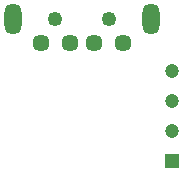
<source format=gbr>
%TF.GenerationSoftware,KiCad,Pcbnew,8.0.4*%
%TF.CreationDate,2024-07-31T09:21:43+02:00*%
%TF.ProjectId,miniCO2,6d696e69-434f-4322-9e6b-696361645f70,rev?*%
%TF.SameCoordinates,Original*%
%TF.FileFunction,Soldermask,Bot*%
%TF.FilePolarity,Negative*%
%FSLAX46Y46*%
G04 Gerber Fmt 4.6, Leading zero omitted, Abs format (unit mm)*
G04 Created by KiCad (PCBNEW 8.0.4) date 2024-07-31 09:21:43*
%MOMM*%
%LPD*%
G01*
G04 APERTURE LIST*
%ADD10C,1.250000*%
%ADD11C,1.450000*%
%ADD12O,1.450000X2.650000*%
%ADD13R,1.200000X1.200000*%
%ADD14C,1.200000*%
G04 APERTURE END LIST*
D10*
%TO.C,J1*%
X139171900Y-80831262D03*
X143671900Y-80831262D03*
D11*
X137921900Y-82831262D03*
X140421900Y-82831262D03*
X142421900Y-82831262D03*
X144921900Y-82831262D03*
D12*
X135571900Y-80831262D03*
X147271900Y-80831262D03*
%TD*%
D13*
%TO.C,J2*%
X149021900Y-92811262D03*
D14*
X149021900Y-90271262D03*
X149021900Y-87731262D03*
X149021900Y-85191262D03*
%TD*%
M02*

</source>
